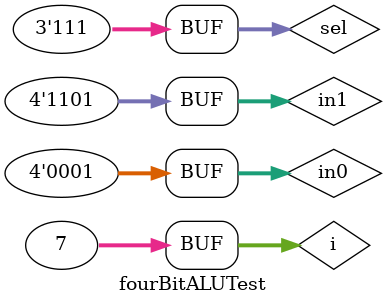
<source format=v>
module fourBitALUTest;
	reg [3:0]in0, in1;
	reg [2:0]sel;
	
	integer i;
	
	wire[3:0]out;
	
	system ALU0(.sel(sel), .inA(in0), .inB(in1), .out(out));
	
	initial begin
		in0=4'b1100;
		in1=4'b0001;
		sel=3'd0;
		for(i=5'd0; i<7; i=i+1)begin
			#1 sel=sel+1;
		end
		#1;
		in0=4'b0001;
		in1=4'b1101;
		sel=3'd0;
		for(i=5'd0; i<7; i=i+1)begin
			#1 sel=sel+1;
		end
	end
	
	initial begin
		$monitor("in0=%b, in1=%b, out=%b, sel=%b", in0, in1, out, sel);
	end
	
	initial begin
		$dumpfile("fourBitALUTest.vcd");
		$dumpvars;	
	end
	
endmodule
</source>
